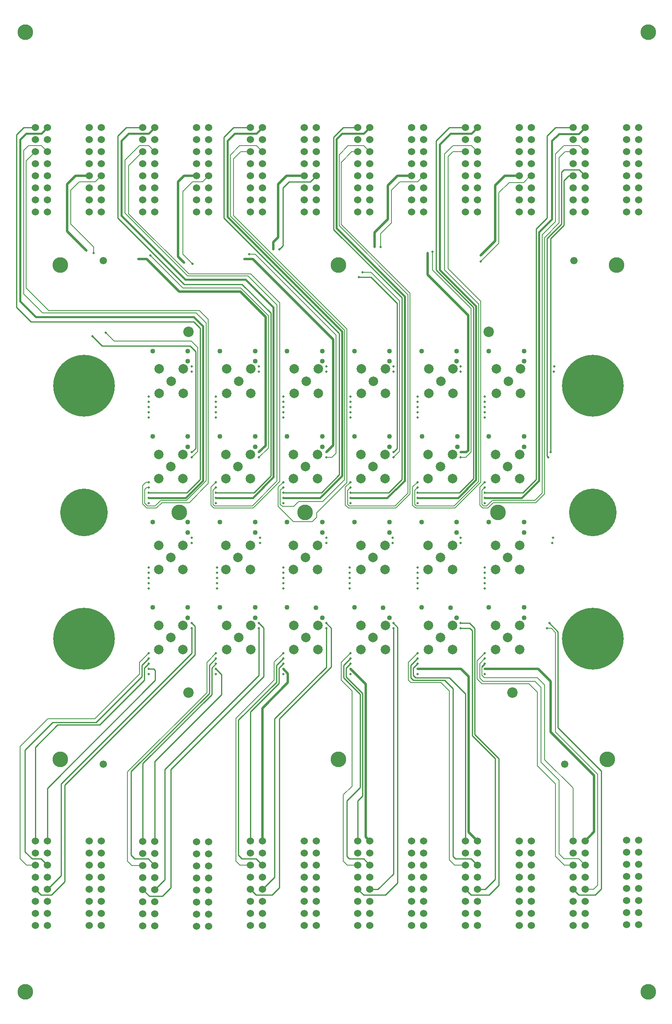
<source format=gbl>
G04*
G04 #@! TF.GenerationSoftware,Altium Limited,Altium Designer,23.7.1 (13)*
G04*
G04 Layer_Physical_Order=4*
G04 Layer_Color=16711680*
%FSLAX44Y44*%
%MOMM*%
G71*
G04*
G04 #@! TF.SameCoordinates,18148A51-D3F6-497A-8191-E25F5C0AB562*
G04*
G04*
G04 #@! TF.FilePolarity,Positive*
G04*
G01*
G75*
%ADD11C,0.2540*%
%ADD24C,0.5080*%
%ADD26C,2.0000*%
%ADD27C,1.5240*%
%ADD28C,13.0000*%
%ADD29C,2.2000*%
%ADD30C,3.3000*%
%ADD31C,1.5500*%
%ADD32C,2.2000*%
%ADD33C,13.0017*%
%ADD34C,10.0000*%
%ADD35C,3.3000*%
%ADD36C,0.5080*%
%ADD37C,1.0160*%
%ADD54C,0.2032*%
%ADD55C,0.3810*%
D11*
X991458Y1080796D02*
X1071880D01*
X1099820Y1108736D01*
Y1635760D02*
X1122680Y1658620D01*
Y1831340D01*
X1140458Y1849117D01*
X1177060D01*
X1099820Y1108736D02*
Y1635760D01*
X1189757Y1760220D02*
X1202460Y1747518D01*
X1158240Y1760220D02*
X1189757D01*
X1153160Y1755140D02*
X1158240Y1760220D01*
X1153160Y1645920D02*
Y1755140D01*
X1122680Y1615440D02*
X1153160Y1645920D01*
X1168398Y1747518D02*
X1177060D01*
X1158240Y1737360D02*
X1168398Y1747518D01*
X1158240Y1643380D02*
Y1737360D01*
X1130272Y1166024D02*
Y1615412D01*
Y1166024D02*
X1130300Y1165996D01*
X1130272Y1615412D02*
X1158240Y1643380D01*
X1122680Y1157536D02*
X1125220Y1154996D01*
X1122680Y1157536D02*
Y1615440D01*
X788680Y1080796D02*
X816620Y1108736D01*
X708258Y1080796D02*
X788680D01*
X566658D02*
X647080D01*
X425058D02*
X505480D01*
X363880D02*
X391820Y1108736D01*
X283458Y1080796D02*
X363880D01*
X889000Y1549400D02*
Y1821180D01*
X916937Y1849117D01*
X950540D01*
X5080Y1833880D02*
X20317Y1849117D01*
X44460D01*
X218440Y1831340D02*
X236217Y1849117D01*
X270980D01*
X218440Y1658620D02*
Y1831340D01*
X441960Y1658620D02*
Y1828800D01*
X462277Y1849117D01*
X497500D01*
X673100Y1634500D02*
Y1828800D01*
X693418Y1849117D01*
X724020D01*
X816620Y1108736D02*
Y1490980D01*
X673100Y1634500D02*
X816620Y1490980D01*
X967232Y1109934D02*
Y1471168D01*
X938094Y1080796D02*
X967232Y1109934D01*
X849858Y1080796D02*
X938094D01*
X889000Y1549400D02*
X967232Y1471168D01*
X558800Y1592580D02*
X566420Y1600200D01*
Y1722120D01*
X579120Y1734820D01*
X623462D01*
X636160Y1747518D01*
X218440Y1658620D02*
X358140Y1518920D01*
X684784Y1118500D02*
Y1415796D01*
X647080Y1080796D02*
X684784Y1118500D01*
X441960Y1658620D02*
X684784Y1415796D01*
X358140Y1518920D02*
X480060D01*
X540385Y1115701D02*
Y1458595D01*
X505480Y1080796D02*
X540385Y1115701D01*
X480060Y1518920D02*
X540385Y1458595D01*
X5080Y1470660D02*
Y1833880D01*
X378460Y1440180D02*
X391820Y1426820D01*
X5080Y1470660D02*
X35560Y1440180D01*
X378460D01*
X391820Y1108736D02*
Y1426820D01*
X374074Y1165996D02*
X382168Y1174090D01*
Y1378052D01*
X370840Y1389380D02*
X382168Y1378052D01*
X185420Y1389380D02*
X370840D01*
X165100Y1409700D02*
X185420Y1389380D01*
X798874Y1165996D02*
X806968Y1174090D01*
Y1479032D01*
X751840Y1534160D02*
X806968Y1479032D01*
X726440Y1534160D02*
X751840D01*
X1127314Y806020D02*
X1145540Y787794D01*
Y586450D02*
X1236980Y495010D01*
Y246380D02*
Y495010D01*
X1224280Y233680D02*
X1236980Y246380D01*
X1188995Y233680D02*
X1224280D01*
X1177060Y245616D02*
X1188995Y233680D01*
X1145540Y586450D02*
Y787794D01*
X940474Y805996D02*
X959304D01*
X970280Y795020D01*
Y571500D02*
Y795020D01*
Y571500D02*
X1021080Y520700D01*
Y254000D02*
Y520700D01*
X1000760Y233680D02*
X1021080Y254000D01*
X962475Y233680D02*
X1000760D01*
X950540Y245616D02*
X962475Y233680D01*
X940474Y794996D02*
X960144D01*
X965200Y789940D01*
Y569396D02*
Y789940D01*
X1013460Y266700D02*
Y521136D01*
X992375Y245616D02*
X1013460Y266700D01*
X975940Y245616D02*
X992375D01*
X965200Y569396D02*
X1013460Y521136D01*
X840740Y711678D02*
X849858Y720796D01*
X840740Y695960D02*
Y711678D01*
Y695960D02*
X845820Y690880D01*
X835660Y717598D02*
X849858Y731796D01*
X835660Y690880D02*
Y717598D01*
Y690880D02*
X840740Y685800D01*
X924560Y314960D02*
X929640Y309880D01*
X962475D01*
X975940Y296416D01*
X840740Y685800D02*
X906780D01*
X924560Y668020D01*
Y314960D02*
Y668020D01*
X845820Y690880D02*
X916940D01*
X950540Y347215D02*
Y657280D01*
X916940Y690880D02*
X950540Y657280D01*
X694060Y717598D02*
X708258Y731796D01*
X699140Y711678D02*
X708258Y720796D01*
X728980Y459740D02*
Y655960D01*
X701040Y431800D02*
X728980Y459740D01*
X701040Y314960D02*
Y431800D01*
Y314960D02*
X706120Y309880D01*
X735955D01*
X749420Y296416D01*
X694060Y690880D02*
X728980Y655960D01*
X694060Y690880D02*
Y717598D01*
X699140Y692984D02*
Y711678D01*
Y692984D02*
X734060Y658064D01*
Y441960D02*
Y658064D01*
X724020Y431920D02*
X734060Y441960D01*
X724020Y347215D02*
Y431920D01*
X798874Y278174D02*
Y794996D01*
X766316Y245616D02*
X798874Y278174D01*
X749420Y245616D02*
X766316D01*
X798874Y805996D02*
X807720Y797150D01*
Y259080D02*
Y797150D01*
X782320Y233680D02*
X807720Y259080D01*
X735955Y233680D02*
X782320D01*
X724020Y245616D02*
X735955Y233680D01*
X552460Y717598D02*
X566658Y731796D01*
X557540Y711678D02*
X566658Y720796D01*
X472440Y601980D02*
X552460Y682000D01*
X472440Y317500D02*
Y601980D01*
Y317500D02*
X480060Y309880D01*
X509436D01*
X522900Y296416D01*
X552460Y682000D02*
Y717598D01*
X557540Y679460D02*
Y711678D01*
X497500Y619420D02*
X557540Y679460D01*
X497500Y347215D02*
Y619420D01*
X657274Y713154D02*
Y794996D01*
X548640Y604520D02*
X657274Y713154D01*
X548640Y271355D02*
Y604520D01*
X522900Y245616D02*
X548640Y271355D01*
X657274Y805996D02*
X668020Y795250D01*
Y713740D02*
Y795250D01*
X558800Y604520D02*
X668020Y713740D01*
X558800Y248920D02*
Y604520D01*
X543560Y233680D02*
X558800Y248920D01*
X509436Y233680D02*
X543560D01*
X497500Y245616D02*
X509436Y233680D01*
X410860Y717598D02*
X425058Y731796D01*
X415940Y711678D02*
X425058Y720796D01*
X246380Y493555D02*
X410860Y658035D01*
X246380Y317500D02*
Y493555D01*
Y317500D02*
X254000Y309880D01*
X282410D01*
X296380Y295910D01*
X410860Y658035D02*
Y717598D01*
X415940Y655931D02*
Y711678D01*
X270980Y346710D02*
Y510971D01*
X415940Y655931D01*
X425058Y709796D02*
X436880Y697974D01*
Y655320D02*
Y697974D01*
X296380Y514820D02*
X436880Y655320D01*
X296380Y346710D02*
Y514820D01*
X515674Y696014D02*
Y794996D01*
X317500Y497840D02*
X515674Y696014D01*
X317500Y266230D02*
Y497840D01*
X296380Y245110D02*
X317500Y266230D01*
X515674Y805996D02*
X525780Y795890D01*
Y693420D02*
Y795890D01*
X330200Y497840D02*
X525780Y693420D01*
X330200Y248920D02*
Y497840D01*
X312420Y231140D02*
X330200Y248920D01*
X284950Y231140D02*
X312420D01*
X270980Y245110D02*
X284950Y231140D01*
X269260Y717598D02*
X283458Y731796D01*
X274340Y711678D02*
X283458Y720796D01*
X269260Y693440D02*
Y717598D01*
X81280Y596900D02*
X172720D01*
X22860Y538480D02*
X81280Y596900D01*
X22860Y324840D02*
Y538480D01*
Y324840D02*
X37820Y309880D01*
X56396D01*
X69860Y296416D01*
X172720Y596900D02*
X269260Y693440D01*
X274340Y685820D02*
Y711678D01*
X180340Y591820D02*
X274340Y685820D01*
X91440Y591820D02*
X180340D01*
X44460Y544840D02*
X91440Y591820D01*
X44460Y347215D02*
Y544840D01*
X283458Y709796D02*
X293504D01*
X297180Y706120D01*
Y685800D02*
Y706120D01*
X69860Y458480D02*
X297180Y685800D01*
X69860Y347215D02*
Y458480D01*
X374074Y742374D02*
Y794996D01*
X99060Y467360D02*
X374074Y742374D01*
X99060Y274816D02*
Y467360D01*
X69860Y245616D02*
X99060Y274816D01*
X374074Y805996D02*
X381000Y799070D01*
Y739140D02*
Y799070D01*
X106680Y464820D02*
X381000Y739140D01*
X106680Y261620D02*
Y464820D01*
X78740Y233680D02*
X106680Y261620D01*
X56396Y233680D02*
X78740D01*
X44460Y245616D02*
X56396Y233680D01*
D24*
X982980Y1579880D02*
X1013460Y1610360D01*
X1033777Y1747518D02*
X1063800D01*
X1013460Y1727200D02*
X1033777Y1747518D01*
X1013460Y1610360D02*
Y1727200D01*
X940474Y1165996D02*
X952636D01*
X956310Y1169670D01*
Y1454150D01*
X871220Y1539240D02*
X956310Y1454150D01*
X871220Y1539240D02*
Y1584960D01*
X759460Y1597660D02*
Y1628140D01*
X787400Y1656080D01*
Y1727200D01*
X807718Y1747518D01*
X837280D01*
X546100Y1592580D02*
Y1607820D01*
X556260Y1617980D01*
Y1729740D01*
X574038Y1747518D01*
X610760D01*
X358138D02*
X384240D01*
X345440Y1734820D02*
X358138Y1747518D01*
X345440Y1577340D02*
Y1734820D01*
Y1577340D02*
X358140Y1564640D01*
X657274Y1165996D02*
X672084Y1180806D01*
Y1403096D01*
X502920Y1572260D02*
X672084Y1403096D01*
X485140Y1572260D02*
X502920D01*
X515674Y1165996D02*
X529463Y1179785D01*
Y1450736D01*
X476519Y1503680D02*
X529463Y1450736D01*
X347980Y1503680D02*
X476519D01*
X287020Y1564640D02*
X294640Y1557020D01*
X347980Y1503680D01*
X279400Y1572260D02*
X294640Y1557020D01*
X261620Y1572260D02*
X279400D01*
X111760Y1630680D02*
X152400Y1590040D01*
X111760Y1630680D02*
Y1729740D01*
X129537Y1747518D01*
X157720D01*
X991458Y709796D02*
X1103764D01*
X1130300Y683260D01*
Y576580D02*
Y683260D01*
Y576580D02*
X1221740Y485140D01*
Y366496D02*
Y485140D01*
X1202460Y347215D02*
X1221740Y366496D01*
X849858Y709796D02*
X941204D01*
X957580Y693420D01*
Y558800D02*
Y693420D01*
Y365575D02*
X975940Y347215D01*
X957580Y365575D02*
Y558800D01*
X708258Y709796D02*
X740410Y677644D01*
Y356225D02*
Y677644D01*
Y356225D02*
X749420Y347215D01*
X566658Y709796D02*
X576580Y699874D01*
Y680720D02*
Y699874D01*
X522900Y627040D02*
X576580Y680720D01*
X522900Y347215D02*
Y627040D01*
D26*
X446188Y1160965D02*
D03*
Y1109965D02*
D03*
X497188D02*
D03*
Y1160965D02*
D03*
X471688Y1135465D02*
D03*
X1015402Y1340966D02*
D03*
Y1289966D02*
D03*
X1066402D02*
D03*
Y1340966D02*
D03*
X1040902Y1315466D02*
D03*
X923146Y919042D02*
D03*
Y970041D02*
D03*
X872146D02*
D03*
Y919042D02*
D03*
X897646Y944541D02*
D03*
X589444Y1340966D02*
D03*
Y1289966D02*
D03*
X640444D02*
D03*
Y1340966D02*
D03*
X614944Y1315466D02*
D03*
X497188Y919042D02*
D03*
Y970041D02*
D03*
X446188D02*
D03*
Y919042D02*
D03*
X471688Y944541D02*
D03*
X1014132Y1160965D02*
D03*
Y1109965D02*
D03*
X1065132D02*
D03*
Y1160965D02*
D03*
X1039632Y1135465D02*
D03*
X923400Y749962D02*
D03*
Y800962D02*
D03*
X872400D02*
D03*
Y749962D02*
D03*
X897900Y775462D02*
D03*
X588174Y1160965D02*
D03*
Y1109965D02*
D03*
X639174D02*
D03*
Y1160965D02*
D03*
X613674Y1135465D02*
D03*
X498204Y749962D02*
D03*
Y800962D02*
D03*
X447204D02*
D03*
Y749962D02*
D03*
X472704Y775462D02*
D03*
X1065132Y919042D02*
D03*
Y970041D02*
D03*
X1014132D02*
D03*
Y919042D02*
D03*
X1039632Y944541D02*
D03*
X781668Y749962D02*
D03*
Y800962D02*
D03*
X730668D02*
D03*
Y749962D02*
D03*
X756168Y775462D02*
D03*
X639174Y919042D02*
D03*
Y970041D02*
D03*
X588174D02*
D03*
Y919042D02*
D03*
X613674Y944541D02*
D03*
X305472Y1340966D02*
D03*
Y1289966D02*
D03*
X356472D02*
D03*
Y1340966D02*
D03*
X330972Y1315466D02*
D03*
X1065132Y749962D02*
D03*
Y800962D02*
D03*
X1014132D02*
D03*
Y749962D02*
D03*
X1039632Y775462D02*
D03*
X639936Y749962D02*
D03*
Y800962D02*
D03*
X588936D02*
D03*
Y749962D02*
D03*
X614436Y775462D02*
D03*
X781160Y919042D02*
D03*
Y970041D02*
D03*
X730160D02*
D03*
Y919042D02*
D03*
X755660Y944541D02*
D03*
X304202Y1160965D02*
D03*
Y1109965D02*
D03*
X355202D02*
D03*
Y1160965D02*
D03*
X329702Y1135465D02*
D03*
X873416Y1340966D02*
D03*
Y1289966D02*
D03*
X924416D02*
D03*
Y1340966D02*
D03*
X898916Y1315466D02*
D03*
X447458Y1340966D02*
D03*
Y1289966D02*
D03*
X498458D02*
D03*
Y1340966D02*
D03*
X472958Y1315466D02*
D03*
X730160Y1160965D02*
D03*
Y1109965D02*
D03*
X781160D02*
D03*
Y1160965D02*
D03*
X755660Y1135465D02*
D03*
X355202Y919042D02*
D03*
Y970041D02*
D03*
X304202D02*
D03*
Y919042D02*
D03*
X329702Y944541D02*
D03*
X872146Y1160965D02*
D03*
Y1109965D02*
D03*
X923146D02*
D03*
Y1160965D02*
D03*
X897646Y1135465D02*
D03*
X731430Y1340966D02*
D03*
Y1289966D02*
D03*
X782430D02*
D03*
Y1340966D02*
D03*
X756930Y1315466D02*
D03*
X355202Y749962D02*
D03*
Y800962D02*
D03*
X304202D02*
D03*
Y749962D02*
D03*
X329702Y775462D02*
D03*
D27*
X183120Y1849117D02*
D03*
X157720D02*
D03*
X183120Y1823717D02*
D03*
X157720D02*
D03*
X183120Y1798318D02*
D03*
X157720D02*
D03*
X183120Y1772917D02*
D03*
X157720D02*
D03*
X183120Y1747518D02*
D03*
X157720D02*
D03*
X183120Y1722117D02*
D03*
X157720D02*
D03*
X183120Y1696718D02*
D03*
X157720D02*
D03*
X183120Y1671317D02*
D03*
X157720D02*
D03*
X1315720Y1849117D02*
D03*
X1290320D02*
D03*
X1315720Y1823717D02*
D03*
X1290320D02*
D03*
X1315720Y1798318D02*
D03*
X1290320D02*
D03*
X1315720Y1772917D02*
D03*
X1290320D02*
D03*
X1315720Y1747518D02*
D03*
X1290320D02*
D03*
X1315720Y1722117D02*
D03*
X1290320D02*
D03*
X1315720Y1696718D02*
D03*
X1290320D02*
D03*
X1315720Y1671317D02*
D03*
X1290320D02*
D03*
X1089200Y347215D02*
D03*
X1063800D02*
D03*
X1089200Y321815D02*
D03*
X1063800D02*
D03*
X1089200Y296416D02*
D03*
X1063800D02*
D03*
X1089200Y271015D02*
D03*
X1063800D02*
D03*
X1089200Y245616D02*
D03*
X1063800D02*
D03*
X1089200Y220215D02*
D03*
X1063800D02*
D03*
X1089200Y194816D02*
D03*
X1063800D02*
D03*
X1089200Y169415D02*
D03*
X1063800D02*
D03*
X636160Y1849117D02*
D03*
X610760D02*
D03*
X636160Y1823717D02*
D03*
X610760D02*
D03*
X636160Y1798318D02*
D03*
X610760D02*
D03*
X636160Y1772917D02*
D03*
X610760D02*
D03*
X636160Y1747518D02*
D03*
X610760D02*
D03*
X636160Y1722117D02*
D03*
X610760D02*
D03*
X636160Y1696718D02*
D03*
X610760D02*
D03*
X636160Y1671317D02*
D03*
X610760D02*
D03*
X409640Y345440D02*
D03*
X384240D02*
D03*
X409640Y320040D02*
D03*
X384240D02*
D03*
X409640Y294640D02*
D03*
X384240D02*
D03*
X409640Y269240D02*
D03*
X384240D02*
D03*
X409640Y243840D02*
D03*
X384240D02*
D03*
X409640Y218440D02*
D03*
X384240D02*
D03*
X409640Y193040D02*
D03*
X384240D02*
D03*
X409640Y167640D02*
D03*
X384240D02*
D03*
X1202460Y1849117D02*
D03*
X1177060D02*
D03*
X1202460Y1823717D02*
D03*
X1177060D02*
D03*
X1202460Y1798318D02*
D03*
X1177060D02*
D03*
X1202460Y1772917D02*
D03*
X1177060D02*
D03*
X1202460Y1747518D02*
D03*
X1177060D02*
D03*
X1202460Y1722117D02*
D03*
X1177060D02*
D03*
X1202460Y1696718D02*
D03*
X1177060D02*
D03*
X1202460Y1671317D02*
D03*
X1177060D02*
D03*
X975940Y347215D02*
D03*
X950540D02*
D03*
X975940Y321815D02*
D03*
X950540D02*
D03*
X975940Y296416D02*
D03*
X950540D02*
D03*
X975940Y271015D02*
D03*
X950540D02*
D03*
X975940Y245616D02*
D03*
X950540D02*
D03*
X975940Y220215D02*
D03*
X950540D02*
D03*
X975940Y194816D02*
D03*
X950540D02*
D03*
X975940Y169415D02*
D03*
X950540D02*
D03*
X522900Y1849117D02*
D03*
X497500D02*
D03*
X522900Y1823717D02*
D03*
X497500D02*
D03*
X522900Y1798318D02*
D03*
X497500D02*
D03*
X522900Y1772917D02*
D03*
X497500D02*
D03*
X522900Y1747518D02*
D03*
X497500D02*
D03*
X522900Y1722117D02*
D03*
X497500D02*
D03*
X522900Y1696718D02*
D03*
X497500D02*
D03*
X522900Y1671317D02*
D03*
X497500D02*
D03*
X296380Y346710D02*
D03*
X270980D02*
D03*
X296380Y321310D02*
D03*
X270980D02*
D03*
X296380Y295910D02*
D03*
X270980D02*
D03*
X296380Y270510D02*
D03*
X270980D02*
D03*
X296380Y245110D02*
D03*
X270980D02*
D03*
X296380Y219710D02*
D03*
X270980D02*
D03*
X296380Y194310D02*
D03*
X270980D02*
D03*
X296380Y168910D02*
D03*
X270980D02*
D03*
X1315720Y349250D02*
D03*
X1290320D02*
D03*
X1315720Y323850D02*
D03*
X1290320D02*
D03*
X1315720Y298450D02*
D03*
X1290320D02*
D03*
X1315720Y273050D02*
D03*
X1290320D02*
D03*
X1315720Y247650D02*
D03*
X1290320D02*
D03*
X1315720Y222250D02*
D03*
X1290320D02*
D03*
X1315720Y196850D02*
D03*
X1290320D02*
D03*
X1315720Y171450D02*
D03*
X1290320D02*
D03*
X749420Y347215D02*
D03*
X724020D02*
D03*
X749420Y321815D02*
D03*
X724020D02*
D03*
X749420Y296416D02*
D03*
X724020D02*
D03*
X749420Y271015D02*
D03*
X724020D02*
D03*
X749420Y245616D02*
D03*
X724020D02*
D03*
X749420Y220215D02*
D03*
X724020D02*
D03*
X749420Y194816D02*
D03*
X724020D02*
D03*
X749420Y169415D02*
D03*
X724020D02*
D03*
X636160Y347215D02*
D03*
X610760D02*
D03*
X636160Y321815D02*
D03*
X610760D02*
D03*
X636160Y296416D02*
D03*
X610760D02*
D03*
X636160Y271015D02*
D03*
X610760D02*
D03*
X636160Y245616D02*
D03*
X610760D02*
D03*
X636160Y220215D02*
D03*
X610760D02*
D03*
X636160Y194816D02*
D03*
X610760D02*
D03*
X636160Y169415D02*
D03*
X610760D02*
D03*
X69860Y1849117D02*
D03*
X44460D02*
D03*
X69860Y1823717D02*
D03*
X44460D02*
D03*
X69860Y1798318D02*
D03*
X44460D02*
D03*
X69860Y1772917D02*
D03*
X44460D02*
D03*
X69860Y1747518D02*
D03*
X44460D02*
D03*
X69860Y1722117D02*
D03*
X44460D02*
D03*
X69860Y1696718D02*
D03*
X44460D02*
D03*
X69860Y1671317D02*
D03*
X44460D02*
D03*
X1202460Y347215D02*
D03*
X1177060D02*
D03*
X1202460Y321815D02*
D03*
X1177060D02*
D03*
X1202460Y296416D02*
D03*
X1177060D02*
D03*
X1202460Y271015D02*
D03*
X1177060D02*
D03*
X1202460Y245616D02*
D03*
X1177060D02*
D03*
X1202460Y220215D02*
D03*
X1177060D02*
D03*
X1202460Y194816D02*
D03*
X1177060D02*
D03*
X1202460Y169415D02*
D03*
X1177060D02*
D03*
X522900Y347215D02*
D03*
X497500D02*
D03*
X522900Y321815D02*
D03*
X497500D02*
D03*
X522900Y296416D02*
D03*
X497500D02*
D03*
X522900Y271015D02*
D03*
X497500D02*
D03*
X522900Y245616D02*
D03*
X497500D02*
D03*
X522900Y220215D02*
D03*
X497500D02*
D03*
X522900Y194816D02*
D03*
X497500D02*
D03*
X522900Y169415D02*
D03*
X497500D02*
D03*
X862680Y347215D02*
D03*
X837280D02*
D03*
X862680Y321815D02*
D03*
X837280D02*
D03*
X862680Y296416D02*
D03*
X837280D02*
D03*
X862680Y271015D02*
D03*
X837280D02*
D03*
X862680Y245616D02*
D03*
X837280D02*
D03*
X862680Y220215D02*
D03*
X837280D02*
D03*
X862680Y194816D02*
D03*
X837280D02*
D03*
X862680Y169415D02*
D03*
X837280D02*
D03*
X296380Y1849117D02*
D03*
X270980D02*
D03*
X296380Y1823717D02*
D03*
X270980D02*
D03*
X296380Y1798318D02*
D03*
X270980D02*
D03*
X296380Y1772917D02*
D03*
X270980D02*
D03*
X296380Y1747518D02*
D03*
X270980D02*
D03*
X296380Y1722117D02*
D03*
X270980D02*
D03*
X296380Y1696718D02*
D03*
X270980D02*
D03*
X296380Y1671317D02*
D03*
X270980D02*
D03*
X1089200Y1849117D02*
D03*
X1063800D02*
D03*
X1089200Y1823717D02*
D03*
X1063800D02*
D03*
X1089200Y1798318D02*
D03*
X1063800D02*
D03*
X1089200Y1772917D02*
D03*
X1063800D02*
D03*
X1089200Y1747518D02*
D03*
X1063800D02*
D03*
X1089200Y1722117D02*
D03*
X1063800D02*
D03*
X1089200Y1696718D02*
D03*
X1063800D02*
D03*
X1089200Y1671317D02*
D03*
X1063800D02*
D03*
X409640Y1849117D02*
D03*
X384240D02*
D03*
X409640Y1823717D02*
D03*
X384240D02*
D03*
X409640Y1798318D02*
D03*
X384240D02*
D03*
X409640Y1772917D02*
D03*
X384240D02*
D03*
X409640Y1747518D02*
D03*
X384240D02*
D03*
X409640Y1722117D02*
D03*
X384240D02*
D03*
X409640Y1696718D02*
D03*
X384240D02*
D03*
X409640Y1671317D02*
D03*
X384240D02*
D03*
X749420Y1849117D02*
D03*
X724020D02*
D03*
X749420Y1823717D02*
D03*
X724020D02*
D03*
X749420Y1798318D02*
D03*
X724020D02*
D03*
X749420Y1772917D02*
D03*
X724020D02*
D03*
X749420Y1747518D02*
D03*
X724020D02*
D03*
X749420Y1722117D02*
D03*
X724020D02*
D03*
X749420Y1696718D02*
D03*
X724020D02*
D03*
X749420Y1671317D02*
D03*
X724020D02*
D03*
X183120Y347215D02*
D03*
X157720D02*
D03*
X183120Y321815D02*
D03*
X157720D02*
D03*
X183120Y296416D02*
D03*
X157720D02*
D03*
X183120Y271015D02*
D03*
X157720D02*
D03*
X183120Y245616D02*
D03*
X157720D02*
D03*
X183120Y220215D02*
D03*
X157720D02*
D03*
X183120Y194816D02*
D03*
X157720D02*
D03*
X183120Y169415D02*
D03*
X157720D02*
D03*
X975940Y1849117D02*
D03*
X950540D02*
D03*
X975940Y1823717D02*
D03*
X950540D02*
D03*
X975940Y1798318D02*
D03*
X950540D02*
D03*
X975940Y1772917D02*
D03*
X950540D02*
D03*
X975940Y1747518D02*
D03*
X950540D02*
D03*
X975940Y1722117D02*
D03*
X950540D02*
D03*
X975940Y1696718D02*
D03*
X950540D02*
D03*
X975940Y1671317D02*
D03*
X950540D02*
D03*
X862680Y1849117D02*
D03*
X837280D02*
D03*
X862680Y1823717D02*
D03*
X837280D02*
D03*
X862680Y1798318D02*
D03*
X837280D02*
D03*
X862680Y1772917D02*
D03*
X837280D02*
D03*
X862680Y1747518D02*
D03*
X837280D02*
D03*
X862680Y1722117D02*
D03*
X837280D02*
D03*
X862680Y1696718D02*
D03*
X837280D02*
D03*
X862680Y1671317D02*
D03*
X837280D02*
D03*
X69860Y347215D02*
D03*
X44460D02*
D03*
X69860Y321815D02*
D03*
X44460D02*
D03*
X69860Y296416D02*
D03*
X44460D02*
D03*
X69860Y271015D02*
D03*
X44460D02*
D03*
X69860Y245616D02*
D03*
X44460D02*
D03*
X69860Y220215D02*
D03*
X44460D02*
D03*
X69860Y194816D02*
D03*
X44460D02*
D03*
X69860Y169415D02*
D03*
X44460D02*
D03*
D28*
X147478Y773525D02*
D03*
X1219281Y1305356D02*
D03*
X147478D02*
D03*
D29*
X1049379Y659442D02*
D03*
X367380D02*
D03*
Y1419440D02*
D03*
D30*
X1249281Y519442D02*
D03*
X683379D02*
D03*
X97478D02*
D03*
X612379Y1039441D02*
D03*
X1269280Y1559440D02*
D03*
X683379D02*
D03*
X1019281Y1039441D02*
D03*
X347478D02*
D03*
D31*
X1159281Y509442D02*
D03*
X187478D02*
D03*
X1179281Y1569440D02*
D03*
X187478D02*
D03*
D32*
X999379Y1419440D02*
D03*
D33*
X1219281Y773525D02*
D03*
D34*
X1219281Y1039441D02*
D03*
X147478D02*
D03*
D35*
X97478Y1559440D02*
D03*
X23500Y29941D02*
D03*
X1335364Y30000D02*
D03*
Y2050000D02*
D03*
X23674Y2049885D02*
D03*
D36*
X991458Y1238796D02*
D03*
X1137970Y1345996D02*
D03*
X1136622Y1334996D02*
D03*
X991458Y1249796D02*
D03*
Y1260796D02*
D03*
Y1271796D02*
D03*
Y1282796D02*
D03*
X849858D02*
D03*
Y1271796D02*
D03*
Y1260796D02*
D03*
Y1249796D02*
D03*
Y1238796D02*
D03*
X940474Y1345996D02*
D03*
Y1334996D02*
D03*
X991458Y1058796D02*
D03*
Y1069796D02*
D03*
Y1080796D02*
D03*
Y1091796D02*
D03*
Y1102796D02*
D03*
X940474Y1154996D02*
D03*
Y1165996D02*
D03*
X849858Y1058796D02*
D03*
Y1069796D02*
D03*
Y1080796D02*
D03*
Y1091796D02*
D03*
Y1102796D02*
D03*
X798874Y1154996D02*
D03*
Y1165996D02*
D03*
X708258Y1058796D02*
D03*
Y1069796D02*
D03*
Y1080796D02*
D03*
Y1091796D02*
D03*
Y1102796D02*
D03*
X657274Y1154996D02*
D03*
Y1165996D02*
D03*
X566658Y1058796D02*
D03*
Y1069796D02*
D03*
Y1080796D02*
D03*
Y1091796D02*
D03*
Y1102796D02*
D03*
X515674Y1154996D02*
D03*
Y1165996D02*
D03*
X425058Y1058796D02*
D03*
Y1069796D02*
D03*
Y1080796D02*
D03*
Y1091796D02*
D03*
Y1102796D02*
D03*
X374074Y1154996D02*
D03*
Y1165996D02*
D03*
X283458Y1058796D02*
D03*
Y1069796D02*
D03*
Y1080796D02*
D03*
Y1091796D02*
D03*
Y1102796D02*
D03*
X374074Y974996D02*
D03*
Y985996D02*
D03*
X283458Y878796D02*
D03*
Y889796D02*
D03*
Y900796D02*
D03*
Y911796D02*
D03*
Y922796D02*
D03*
X374074Y794996D02*
D03*
Y805996D02*
D03*
X283458Y698796D02*
D03*
Y709796D02*
D03*
Y720796D02*
D03*
Y731796D02*
D03*
Y742796D02*
D03*
X515674Y794996D02*
D03*
Y805996D02*
D03*
X425058Y698796D02*
D03*
Y709796D02*
D03*
Y720796D02*
D03*
Y731796D02*
D03*
Y742796D02*
D03*
X657274Y794996D02*
D03*
Y805996D02*
D03*
X566658Y698796D02*
D03*
Y709796D02*
D03*
Y720796D02*
D03*
Y731796D02*
D03*
Y742796D02*
D03*
X798874Y794996D02*
D03*
Y805996D02*
D03*
X708258Y698796D02*
D03*
Y709796D02*
D03*
Y720796D02*
D03*
Y731796D02*
D03*
Y742796D02*
D03*
X940474Y794996D02*
D03*
Y805996D02*
D03*
X849858Y698796D02*
D03*
Y709796D02*
D03*
Y720796D02*
D03*
Y731796D02*
D03*
Y742796D02*
D03*
X991458Y698796D02*
D03*
Y709796D02*
D03*
Y720796D02*
D03*
Y731796D02*
D03*
Y742796D02*
D03*
Y878796D02*
D03*
Y889796D02*
D03*
Y900796D02*
D03*
Y911796D02*
D03*
Y922796D02*
D03*
X940474Y974996D02*
D03*
Y985996D02*
D03*
X849858Y878796D02*
D03*
Y889796D02*
D03*
Y900796D02*
D03*
Y911796D02*
D03*
Y922796D02*
D03*
X797148Y975040D02*
D03*
Y986040D02*
D03*
X706532Y878840D02*
D03*
Y889840D02*
D03*
Y900840D02*
D03*
Y911840D02*
D03*
Y922840D02*
D03*
X657274Y974996D02*
D03*
Y985996D02*
D03*
X566658Y878796D02*
D03*
Y889796D02*
D03*
Y900796D02*
D03*
Y911796D02*
D03*
Y922796D02*
D03*
X517748Y975040D02*
D03*
Y986040D02*
D03*
X427132Y878840D02*
D03*
Y889840D02*
D03*
Y900840D02*
D03*
Y911840D02*
D03*
Y922840D02*
D03*
X374074Y1334996D02*
D03*
Y1345996D02*
D03*
X283458Y1238796D02*
D03*
Y1249796D02*
D03*
Y1260796D02*
D03*
Y1271796D02*
D03*
Y1282796D02*
D03*
X515674Y1334996D02*
D03*
Y1345996D02*
D03*
X425058Y1238796D02*
D03*
Y1249796D02*
D03*
Y1260796D02*
D03*
Y1271796D02*
D03*
Y1282796D02*
D03*
X657274Y1334996D02*
D03*
Y1345996D02*
D03*
X566658Y1238796D02*
D03*
Y1249796D02*
D03*
Y1260796D02*
D03*
Y1271796D02*
D03*
Y1282796D02*
D03*
X798874Y1334996D02*
D03*
Y1345996D02*
D03*
X708258Y1238796D02*
D03*
Y1249796D02*
D03*
Y1260796D02*
D03*
Y1271796D02*
D03*
Y1282796D02*
D03*
X1125220Y1154996D02*
D03*
X1130300Y1165996D02*
D03*
X982980Y1579880D02*
D03*
Y1567180D02*
D03*
X871220Y1584960D02*
D03*
X881380Y1587500D02*
D03*
X759460Y1597660D02*
D03*
X772160D02*
D03*
X546100Y1592580D02*
D03*
X558800D02*
D03*
X358140Y1564640D02*
D03*
X375920Y1562100D02*
D03*
X495300Y1582420D02*
D03*
X485140Y1572260D02*
D03*
X261620D02*
D03*
X287020Y1579880D02*
D03*
X152400Y1590040D02*
D03*
X167640Y1584960D02*
D03*
X193040Y1417320D02*
D03*
X165100Y1409700D02*
D03*
X734060Y1544320D02*
D03*
X726440Y1534160D02*
D03*
X1127314Y806020D02*
D03*
X1122234Y795020D02*
D03*
X1133636Y975020D02*
D03*
X1134984Y986020D02*
D03*
D37*
X291644Y1018996D02*
D03*
X365888D02*
D03*
Y996996D02*
D03*
X507488Y996540D02*
D03*
Y1018540D02*
D03*
X433244D02*
D03*
X649088Y996996D02*
D03*
X574844Y1018996D02*
D03*
X790688Y996996D02*
D03*
Y1018996D02*
D03*
X716444D02*
D03*
X1073888Y996996D02*
D03*
Y1018996D02*
D03*
X999644D02*
D03*
X932288Y996996D02*
D03*
Y1018996D02*
D03*
X858044D02*
D03*
X365888Y816996D02*
D03*
Y838996D02*
D03*
X291644D02*
D03*
X507488Y816996D02*
D03*
X433244Y838996D02*
D03*
X790688Y816996D02*
D03*
X777240Y838200D02*
D03*
X716444Y838996D02*
D03*
X1073888Y816996D02*
D03*
Y838996D02*
D03*
X999644D02*
D03*
X365888Y1176996D02*
D03*
Y1198996D02*
D03*
X291644D02*
D03*
X649088Y1176996D02*
D03*
Y1198996D02*
D03*
X574844D02*
D03*
X790688Y1176996D02*
D03*
Y1198996D02*
D03*
X716444D02*
D03*
X933742Y1176880D02*
D03*
Y1198880D02*
D03*
X859498D02*
D03*
X1073888Y1176996D02*
D03*
Y1198996D02*
D03*
X999644D02*
D03*
X1073888Y1356996D02*
D03*
Y1378996D02*
D03*
X999644D02*
D03*
X932288Y1356996D02*
D03*
Y1378996D02*
D03*
X858044D02*
D03*
X790688Y1356996D02*
D03*
Y1378996D02*
D03*
X716444D02*
D03*
X649088Y1356996D02*
D03*
Y1378996D02*
D03*
X574844D02*
D03*
X507488Y1356996D02*
D03*
Y1378996D02*
D03*
X433244D02*
D03*
X365888D02*
D03*
X291644D02*
D03*
X649088Y816996D02*
D03*
X574844Y838996D02*
D03*
X635640Y838200D02*
D03*
X858044Y838996D02*
D03*
X918840Y838200D02*
D03*
X932288Y816996D02*
D03*
X649088Y1018996D02*
D03*
X433244Y1198996D02*
D03*
X507488D02*
D03*
X365888Y1356996D02*
D03*
X507488Y838996D02*
D03*
Y1176996D02*
D03*
D54*
X1112520Y1623060D02*
X1140460Y1651000D01*
Y1793240D01*
X1158240Y1811020D01*
X1189757D01*
X1202460Y1798318D01*
X1112520Y1079840D02*
Y1623060D01*
X1117092Y1617472D02*
X1148080Y1648460D01*
Y1785620D01*
X1160778Y1798318D01*
X1177060D01*
X1117092Y1077946D02*
Y1617472D01*
X804074Y1048128D02*
X833892Y1077946D01*
X703839Y1048128D02*
X804074D01*
X705733Y1052700D02*
X802180D01*
X829320Y1079840D01*
X270408Y1056759D02*
X279039Y1048128D01*
X270408Y1056759D02*
Y1095588D01*
X277616Y1102796D01*
X283458D01*
X274980Y1058653D02*
X280933Y1052700D01*
X274980Y1058653D02*
Y1087460D01*
X279316Y1091796D01*
X283458D01*
X906780Y1549400D02*
Y1793240D01*
X924560Y1811020D01*
X963237D01*
X975940Y1798318D01*
X985362Y1085700D02*
X991458Y1091796D01*
X985362Y1056271D02*
Y1085700D01*
Y1056271D02*
X988933Y1052700D01*
X980790Y1092128D02*
X991458Y1102796D01*
X980790Y1054377D02*
Y1092128D01*
Y1054377D02*
X987039Y1048128D01*
X914400Y1788160D02*
X924557Y1798318D01*
X950540D01*
X914400Y1551940D02*
Y1788160D01*
X702162Y1085700D02*
X708258Y1091796D01*
X702162Y1056271D02*
Y1085700D01*
Y1056271D02*
X705733Y1052700D01*
X697590Y1092128D02*
X708258Y1102796D01*
X697590Y1054377D02*
X703839Y1048128D01*
X697590Y1054377D02*
Y1092128D01*
X20320Y1800860D02*
X30480Y1811020D01*
X57158D01*
X69860Y1798318D01*
X24892Y1778750D02*
X44460Y1798318D01*
X418962Y1085700D02*
X425058Y1091796D01*
X418962Y1056271D02*
X422533Y1052700D01*
X418962Y1056271D02*
Y1085700D01*
X414390Y1092128D02*
X425058Y1102796D01*
X414390Y1054377D02*
X420639Y1048128D01*
X414390Y1054377D02*
Y1092128D01*
X283678Y1811020D02*
X296380Y1798318D01*
X560562Y1085700D02*
X566658Y1091796D01*
X555990Y1092128D02*
X566658Y1102796D01*
X560562Y1056271D02*
Y1085700D01*
X241300Y1667626D02*
X367654Y1541272D01*
X241300Y1667626D02*
Y1768638D01*
X270980Y1798318D01*
X264160Y1811020D02*
X283678D01*
X233680Y1668780D02*
Y1780540D01*
X264160Y1811020D01*
X565273Y1051560D02*
X589280D01*
X560562Y1056271D02*
X565273Y1051560D01*
X589280D02*
X599440Y1061720D01*
X650240D01*
X383409Y1458751D02*
X404520Y1437640D01*
X390056Y1464297D02*
X409092Y1445260D01*
X829320Y1079840D02*
Y1497320D01*
X684276Y1642364D02*
Y1791716D01*
X703580Y1811020D01*
X736717D01*
X749420Y1798318D01*
X684276Y1642364D02*
X829320Y1497320D01*
X833892Y1077946D02*
Y1500368D01*
X688848Y1645412D02*
Y1775968D01*
X711198Y1798318D01*
X724020D01*
X688848Y1645412D02*
X833892Y1500368D01*
X843762Y1085700D02*
X849858Y1091796D01*
X843762Y1056271D02*
X847333Y1052700D01*
X843762Y1056271D02*
Y1085700D01*
X839190Y1092128D02*
X849858Y1102796D01*
X839190Y1054377D02*
X845439Y1048128D01*
X839190Y1054377D02*
Y1092128D01*
X1072894Y1733293D02*
X1087117Y1747518D01*
X1089200D01*
X982980Y1567180D02*
X1021080Y1605280D01*
Y1711960D02*
X1042413Y1733293D01*
X1021080Y1605280D02*
Y1711960D01*
X1042413Y1733293D02*
X1072894D01*
X982980Y1102228D02*
Y1483360D01*
X914400Y1551940D02*
X982980Y1483360D01*
X978408Y1104122D02*
Y1477772D01*
X906780Y1549400D02*
X978408Y1477772D01*
X926986Y1052700D02*
X978408Y1104122D01*
X847333Y1052700D02*
X926986D01*
X928880Y1048128D02*
X982980Y1102228D01*
X845439Y1048128D02*
X928880D01*
X940474Y1154996D02*
X951542D01*
X962406Y1165860D01*
Y1468374D01*
X881380Y1549400D02*
X962406Y1468374D01*
X881380Y1549400D02*
Y1587500D01*
X772160Y1597660D02*
Y1625600D01*
X795020Y1648460D01*
Y1717040D01*
X812800Y1734820D01*
X849983D01*
X862680Y1747518D01*
X233680Y1668780D02*
X365760Y1536700D01*
X492760D01*
X367654Y1541272D02*
X498348D01*
X396942Y1734820D02*
X409640Y1747518D01*
X355600Y1714500D02*
X375920Y1734820D01*
X355600Y1582420D02*
Y1714500D01*
Y1582420D02*
X375920Y1562100D01*
Y1734820D02*
X396942D01*
X462280Y1663700D02*
Y1783078D01*
X477520Y1798318D01*
X497500D01*
X455041Y1663422D02*
Y1791081D01*
X474980Y1811020D01*
X510197D01*
X522900Y1798318D01*
X462280Y1663700D02*
X701040Y1424940D01*
Y1102044D02*
Y1424940D01*
X695960Y1107440D02*
Y1422503D01*
X650240Y1061720D02*
X695960Y1107440D01*
X455041Y1663422D02*
X695960Y1422503D01*
X669856Y1154996D02*
X678180Y1163320D01*
Y1412240D01*
X657274Y1154996D02*
X669856D01*
X607060Y1483360D02*
X617220Y1473200D01*
X678180Y1412240D01*
X508000Y1582420D02*
X617220Y1473200D01*
X495300Y1582420D02*
X508000D01*
X498348Y1541272D02*
X559470Y1480150D01*
Y1104230D02*
Y1480150D01*
X553720Y1104945D02*
Y1475740D01*
X492760Y1536700D02*
X553720Y1475740D01*
X501475Y1052700D02*
X553720Y1104945D01*
X422533Y1052700D02*
X501475D01*
X420639Y1048128D02*
X503369D01*
X559470Y1104230D01*
X515674Y1154996D02*
X535559Y1174881D01*
Y1453261D01*
X477520Y1511300D02*
X535559Y1453261D01*
X355600Y1511300D02*
X477520D01*
X287020Y1579880D02*
X355600Y1511300D01*
X24892Y1511808D02*
Y1778750D01*
X72403Y1464297D02*
X390056D01*
X24892Y1511808D02*
X72403Y1464297D01*
X60169Y1458751D02*
X383409D01*
X20320Y1498600D02*
X60169Y1458751D01*
X20320Y1498600D02*
Y1800860D01*
X374074Y1154996D02*
X386994Y1167916D01*
Y1385926D01*
X373380Y1399540D02*
X386994Y1385926D01*
X210820Y1399540D02*
X373380D01*
X193040Y1417320D02*
X210820Y1399540D01*
X170422Y1734820D02*
X183120Y1747518D01*
X137160Y1734820D02*
X170422D01*
X119380Y1717040D02*
X137160Y1734820D01*
X119380Y1645920D02*
Y1717040D01*
Y1645920D02*
X167640Y1597660D01*
Y1584960D02*
Y1597660D01*
X798874Y1154996D02*
X811794Y1167916D01*
X734060Y1544320D02*
X751840D01*
X811794Y1484366D01*
Y1167916D02*
Y1484366D01*
X1122234Y795020D02*
X1131489D01*
X1140460Y786049D01*
Y576580D02*
Y786049D01*
Y576580D02*
X1229360Y487680D01*
Y254000D02*
Y487680D01*
X1220975Y245616D02*
X1229360Y254000D01*
X1202460Y245616D02*
X1220975D01*
X985362Y701321D02*
X985520Y701479D01*
X985362Y696271D02*
Y701321D01*
Y696271D02*
X990753Y690880D01*
X1102360D01*
X1117600Y675640D01*
Y518160D02*
Y675640D01*
Y518160D02*
X1177060Y458700D01*
Y347215D02*
Y458700D01*
X985362Y701637D02*
X985520Y701479D01*
X991458Y718575D02*
Y720796D01*
X985362Y714700D02*
X991458Y720796D01*
X985362Y712321D02*
Y712479D01*
Y714700D01*
Y712321D02*
X991458Y718417D01*
X985362Y701637D02*
Y709796D01*
Y712321D01*
Y712479D02*
X991458Y718575D01*
Y718417D02*
Y718575D01*
X980790Y721128D02*
X991458Y731796D01*
X980790Y690530D02*
Y721128D01*
Y690530D02*
X988060Y683260D01*
X1097280D01*
X1109980Y670560D01*
Y513080D02*
Y670560D01*
Y513080D02*
X1148080Y474980D01*
Y320040D02*
Y474980D01*
Y320040D02*
X1158240Y309880D01*
X1188995D01*
X1202460Y296416D01*
X975360Y726698D02*
X991458Y742796D01*
X1084580Y678180D02*
X1102360Y660400D01*
Y505460D02*
Y660400D01*
Y505460D02*
X1140460Y467360D01*
Y314960D02*
Y467360D01*
Y314960D02*
X1159005Y296416D01*
X1177060D01*
X975360Y688340D02*
Y726698D01*
Y688340D02*
X985520Y678180D01*
X1084580D01*
X830580Y723518D02*
X849858Y742796D01*
X830580Y685800D02*
Y723518D01*
Y685800D02*
X835660Y680720D01*
X899160D01*
X916940Y662940D01*
Y307340D02*
Y662940D01*
Y307340D02*
X927865Y296416D01*
X950540D01*
X688980Y685800D02*
Y723518D01*
X708258Y742796D01*
X693420Y304800D02*
Y444500D01*
Y304800D02*
X701805Y296416D01*
X724020D01*
X467360Y304800D02*
Y605780D01*
Y304800D02*
X475745Y296416D01*
X497500D01*
X467360Y605780D02*
X547634Y686054D01*
Y723772D01*
X566658Y742796D01*
X405780Y723518D02*
X425058Y742796D01*
X405780Y659780D02*
Y723518D01*
X238760Y492760D02*
X405780Y659780D01*
X238760Y304800D02*
Y492760D01*
Y304800D02*
X247650Y295910D01*
X270980D01*
X688980Y685800D02*
X711520Y663260D01*
X693420Y444500D02*
X711520Y462600D01*
Y663260D01*
X264180Y723518D02*
X283458Y742796D01*
X71120Y604520D02*
X170200D01*
X12700Y546100D02*
X71120Y604520D01*
X170200D02*
X264180Y698500D01*
Y723518D01*
X26165Y296416D02*
X44460D01*
X12700Y309880D02*
X26165Y296416D01*
X12700Y309880D02*
Y546100D01*
X637540Y1038544D02*
X701040Y1102044D01*
X637540Y1028700D02*
Y1038544D01*
X628225Y1019385D02*
X637540Y1028700D01*
X588435Y1019385D02*
X628225D01*
X555990Y1054107D02*
Y1092128D01*
Y1051830D02*
Y1054107D01*
Y1051830D02*
X588435Y1019385D01*
X1096940Y1064260D02*
X1112520Y1079840D01*
X988933Y1052700D02*
X995680D01*
X1007240Y1064260D01*
X1096940D01*
X1098643Y1059497D02*
X1117092Y1077946D01*
X1016000Y1059497D02*
X1098643D01*
X987039Y1048128D02*
X997574D01*
X1008942Y1059497D01*
X1016000D01*
X280933Y1052700D02*
X297180D01*
X404520Y1105560D02*
Y1437640D01*
X308815Y1064335D02*
X363295D01*
X297180Y1052700D02*
X308815Y1064335D01*
X363295D02*
X404520Y1105560D01*
X409092Y1099972D02*
Y1445260D01*
X311355Y1059763D02*
X368883D01*
X299720Y1048128D02*
X311355Y1059763D01*
X279039Y1048128D02*
X299720D01*
X368883Y1059763D02*
X409092Y1099972D01*
D55*
X991458Y1069796D02*
X1068962D01*
X1105535Y1106369D01*
Y1628775D02*
X1132840Y1656080D01*
Y1821180D01*
X1147442Y1835782D02*
X1189125D01*
X1202460Y1849117D01*
X1132840Y1821180D02*
X1147442Y1835782D01*
X1105535Y1106369D02*
Y1628775D01*
X785762Y1069796D02*
X822335Y1106369D01*
X708258Y1069796D02*
X785762D01*
X566658D02*
X644162D01*
X425058D02*
X502562D01*
X360962D02*
X397535Y1106369D01*
X283458Y1069796D02*
X360962D01*
X896620Y1549862D02*
Y1813560D01*
X919480Y1836420D01*
X963242D01*
X975940Y1849117D01*
X12700Y1823720D02*
X25400Y1836420D01*
X57162D01*
X69860Y1849117D01*
X226060Y1821180D02*
X241300Y1836420D01*
X283682D01*
X296380Y1849117D01*
X397535Y1106369D02*
Y1431265D01*
X226060Y1663700D02*
Y1821180D01*
X449580Y1661160D02*
Y1821180D01*
X464820Y1836420D01*
X510202D01*
X522900Y1849117D01*
X822335Y1106369D02*
Y1494145D01*
X678815Y1637665D02*
Y1824355D01*
X690880Y1836420D01*
X736722D01*
X749420Y1849117D01*
X678815Y1637665D02*
X822335Y1494145D01*
X972947Y1107567D02*
Y1473535D01*
X935176Y1069796D02*
X972947Y1107567D01*
X849858Y1069796D02*
X935176D01*
X896620Y1549862D02*
X972947Y1473535D01*
X226060Y1663700D02*
X360680Y1529080D01*
X487680D01*
X690499Y1116133D02*
Y1420241D01*
X644162Y1069796D02*
X690499Y1116133D01*
X449580Y1661160D02*
X690499Y1420241D01*
X487680Y1529080D02*
X539135Y1477625D01*
X546100Y1113334D02*
Y1470660D01*
X502562Y1069796D02*
X546100Y1113334D01*
X539135Y1477625D02*
X546100Y1470660D01*
X12700Y1483360D02*
Y1823720D01*
X378460Y1450340D02*
X397535Y1431265D01*
X345440Y1450340D02*
X347980D01*
X358140D01*
X12700Y1483360D02*
X45720Y1450340D01*
X345440D01*
X347980D02*
X378460D01*
M02*

</source>
